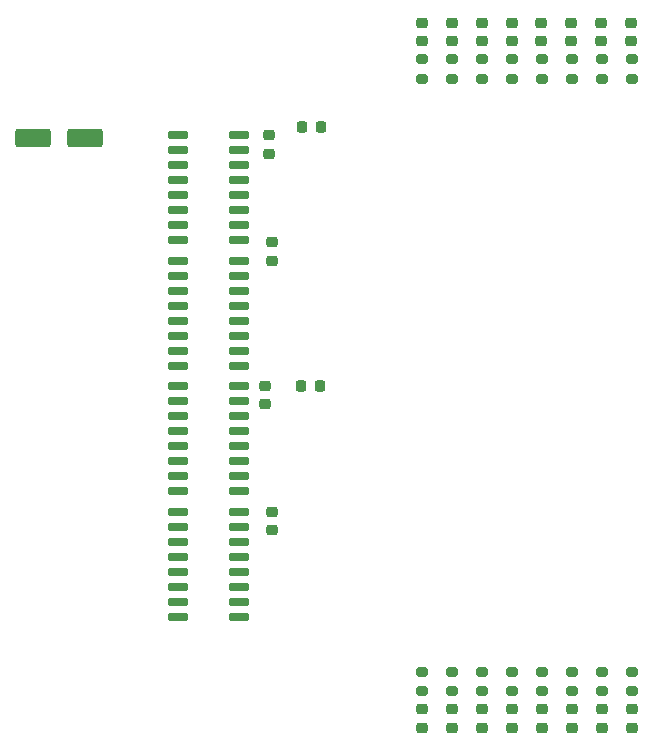
<source format=gtp>
%TF.GenerationSoftware,KiCad,Pcbnew,8.0.7*%
%TF.CreationDate,2025-02-11T17:28:11+05:30*%
%TF.ProjectId,Program Counter,50726f67-7261-46d2-9043-6f756e746572,rev?*%
%TF.SameCoordinates,Original*%
%TF.FileFunction,Paste,Top*%
%TF.FilePolarity,Positive*%
%FSLAX46Y46*%
G04 Gerber Fmt 4.6, Leading zero omitted, Abs format (unit mm)*
G04 Created by KiCad (PCBNEW 8.0.7) date 2025-02-11 17:28:11*
%MOMM*%
%LPD*%
G01*
G04 APERTURE LIST*
G04 Aperture macros list*
%AMRoundRect*
0 Rectangle with rounded corners*
0 $1 Rounding radius*
0 $2 $3 $4 $5 $6 $7 $8 $9 X,Y pos of 4 corners*
0 Add a 4 corners polygon primitive as box body*
4,1,4,$2,$3,$4,$5,$6,$7,$8,$9,$2,$3,0*
0 Add four circle primitives for the rounded corners*
1,1,$1+$1,$2,$3*
1,1,$1+$1,$4,$5*
1,1,$1+$1,$6,$7*
1,1,$1+$1,$8,$9*
0 Add four rect primitives between the rounded corners*
20,1,$1+$1,$2,$3,$4,$5,0*
20,1,$1+$1,$4,$5,$6,$7,0*
20,1,$1+$1,$6,$7,$8,$9,0*
20,1,$1+$1,$8,$9,$2,$3,0*%
G04 Aperture macros list end*
%ADD10RoundRect,0.250000X-1.250000X-0.550000X1.250000X-0.550000X1.250000X0.550000X-1.250000X0.550000X0*%
%ADD11RoundRect,0.218750X0.256250X-0.218750X0.256250X0.218750X-0.256250X0.218750X-0.256250X-0.218750X0*%
%ADD12RoundRect,0.218750X-0.256250X0.218750X-0.256250X-0.218750X0.256250X-0.218750X0.256250X0.218750X0*%
%ADD13RoundRect,0.200000X-0.275000X0.200000X-0.275000X-0.200000X0.275000X-0.200000X0.275000X0.200000X0*%
%ADD14RoundRect,0.200000X0.275000X-0.200000X0.275000X0.200000X-0.275000X0.200000X-0.275000X-0.200000X0*%
%ADD15RoundRect,0.225000X-0.225000X-0.250000X0.225000X-0.250000X0.225000X0.250000X-0.225000X0.250000X0*%
%ADD16RoundRect,0.225000X-0.250000X0.225000X-0.250000X-0.225000X0.250000X-0.225000X0.250000X0.225000X0*%
%ADD17RoundRect,0.150000X-0.725000X-0.150000X0.725000X-0.150000X0.725000X0.150000X-0.725000X0.150000X0*%
%ADD18RoundRect,0.225000X0.250000X-0.225000X0.250000X0.225000X-0.250000X0.225000X-0.250000X-0.225000X0*%
G04 APERTURE END LIST*
D10*
%TO.C,C5*%
X98250000Y-57870000D03*
X102650000Y-57870000D03*
%TD*%
D11*
%TO.C,D9*%
X148880000Y-49630000D03*
X148880000Y-48055000D03*
%TD*%
D12*
%TO.C,D5*%
X138755000Y-106205000D03*
X138755000Y-107780000D03*
%TD*%
D13*
%TO.C,R2*%
X146380000Y-103030000D03*
X146380000Y-104680000D03*
%TD*%
D14*
%TO.C,R12*%
X141300000Y-52820000D03*
X141300000Y-51170000D03*
%TD*%
D13*
%TO.C,R6*%
X136220000Y-103030000D03*
X136220000Y-104680000D03*
%TD*%
D15*
%TO.C,C7*%
X121025000Y-56900000D03*
X122575000Y-56900000D03*
%TD*%
D11*
%TO.C,D16*%
X131140000Y-49630000D03*
X131140000Y-48055000D03*
%TD*%
D14*
%TO.C,R10*%
X146380000Y-52820000D03*
X146380000Y-51170000D03*
%TD*%
D16*
%TO.C,C11*%
X118240000Y-57610000D03*
X118240000Y-59160000D03*
%TD*%
D12*
%TO.C,D3*%
X143835000Y-106205000D03*
X143835000Y-107780000D03*
%TD*%
D11*
%TO.C,D11*%
X143800000Y-49630000D03*
X143800000Y-48055000D03*
%TD*%
D17*
%TO.C,U3*%
X110540000Y-78851700D03*
X110540000Y-80121700D03*
X110540000Y-81391700D03*
X110540000Y-82661700D03*
X110540000Y-83931700D03*
X110540000Y-85201700D03*
X110540000Y-86471700D03*
X110540000Y-87741700D03*
X115690000Y-87741700D03*
X115690000Y-86471700D03*
X115690000Y-85201700D03*
X115690000Y-83931700D03*
X115690000Y-82661700D03*
X115690000Y-81391700D03*
X115690000Y-80121700D03*
X115690000Y-78851700D03*
%TD*%
D14*
%TO.C,R15*%
X133680000Y-52820000D03*
X133680000Y-51170000D03*
%TD*%
D15*
%TO.C,C6*%
X120960000Y-78800000D03*
X122510000Y-78800000D03*
%TD*%
D12*
%TO.C,D1*%
X148915000Y-106205000D03*
X148915000Y-107780000D03*
%TD*%
D17*
%TO.C,U1*%
X110540000Y-57605000D03*
X110540000Y-58875000D03*
X110540000Y-60145000D03*
X110540000Y-61415000D03*
X110540000Y-62685000D03*
X110540000Y-63955000D03*
X110540000Y-65225000D03*
X110540000Y-66495000D03*
X115690000Y-66495000D03*
X115690000Y-65225000D03*
X115690000Y-63955000D03*
X115690000Y-62685000D03*
X115690000Y-61415000D03*
X115690000Y-60145000D03*
X115690000Y-58875000D03*
X115690000Y-57605000D03*
%TD*%
D11*
%TO.C,D15*%
X133680000Y-49630000D03*
X133680000Y-48055000D03*
%TD*%
D13*
%TO.C,R1*%
X148920000Y-103030000D03*
X148920000Y-104680000D03*
%TD*%
D12*
%TO.C,D2*%
X146375000Y-106205000D03*
X146375000Y-107780000D03*
%TD*%
%TO.C,D6*%
X136215000Y-106205000D03*
X136215000Y-107780000D03*
%TD*%
D17*
%TO.C,U2*%
X110540000Y-68228300D03*
X110540000Y-69498300D03*
X110540000Y-70768300D03*
X110540000Y-72038300D03*
X110540000Y-73308300D03*
X110540000Y-74578300D03*
X110540000Y-75848300D03*
X110540000Y-77118300D03*
X115690000Y-77118300D03*
X115690000Y-75848300D03*
X115690000Y-74578300D03*
X115690000Y-73308300D03*
X115690000Y-72038300D03*
X115690000Y-70768300D03*
X115690000Y-69498300D03*
X115690000Y-68228300D03*
%TD*%
D11*
%TO.C,D12*%
X141260000Y-49630000D03*
X141260000Y-48055000D03*
%TD*%
D18*
%TO.C,C10*%
X118430000Y-68225000D03*
X118430000Y-66675000D03*
%TD*%
D14*
%TO.C,R13*%
X138760000Y-52820000D03*
X138760000Y-51170000D03*
%TD*%
%TO.C,R9*%
X148920000Y-52820000D03*
X148920000Y-51170000D03*
%TD*%
D12*
%TO.C,D8*%
X131135000Y-106205000D03*
X131135000Y-107780000D03*
%TD*%
D13*
%TO.C,R3*%
X143840000Y-103030000D03*
X143840000Y-104680000D03*
%TD*%
D17*
%TO.C,U4*%
X110540000Y-89475000D03*
X110540000Y-90745000D03*
X110540000Y-92015000D03*
X110540000Y-93285000D03*
X110540000Y-94555000D03*
X110540000Y-95825000D03*
X110540000Y-97095000D03*
X110540000Y-98365000D03*
X115690000Y-98365000D03*
X115690000Y-97095000D03*
X115690000Y-95825000D03*
X115690000Y-94555000D03*
X115690000Y-93285000D03*
X115690000Y-92015000D03*
X115690000Y-90745000D03*
X115690000Y-89475000D03*
%TD*%
D14*
%TO.C,R14*%
X136220000Y-52820000D03*
X136220000Y-51170000D03*
%TD*%
D12*
%TO.C,D7*%
X133675000Y-106205000D03*
X133675000Y-107780000D03*
%TD*%
D13*
%TO.C,R8*%
X131140000Y-103030000D03*
X131140000Y-104680000D03*
%TD*%
D16*
%TO.C,C9*%
X117840000Y-78845000D03*
X117840000Y-80395000D03*
%TD*%
D14*
%TO.C,R11*%
X143840000Y-52820000D03*
X143840000Y-51170000D03*
%TD*%
D11*
%TO.C,D14*%
X136220000Y-49630000D03*
X136220000Y-48055000D03*
%TD*%
D13*
%TO.C,R7*%
X133680000Y-103030000D03*
X133680000Y-104680000D03*
%TD*%
%TO.C,R5*%
X138760000Y-103030000D03*
X138760000Y-104680000D03*
%TD*%
%TO.C,R4*%
X141300000Y-103030000D03*
X141300000Y-104680000D03*
%TD*%
D11*
%TO.C,D13*%
X138760000Y-49630000D03*
X138760000Y-48055000D03*
%TD*%
D16*
%TO.C,C8*%
X118430000Y-89460000D03*
X118430000Y-91010000D03*
%TD*%
D14*
%TO.C,R16*%
X131140000Y-52820000D03*
X131140000Y-51170000D03*
%TD*%
D11*
%TO.C,D10*%
X146340000Y-49630000D03*
X146340000Y-48055000D03*
%TD*%
D12*
%TO.C,D4*%
X141295000Y-106205000D03*
X141295000Y-107780000D03*
%TD*%
M02*

</source>
